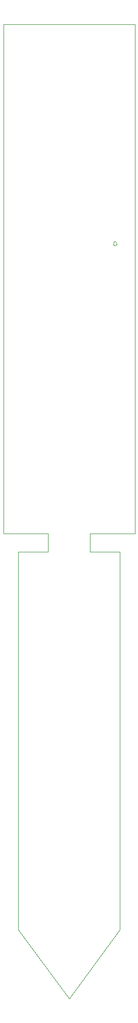
<source format=gm1>
%TF.GenerationSoftware,KiCad,Pcbnew,9.0.3-9.0.3-0~ubuntu24.04.1*%
%TF.CreationDate,2025-08-01T15:49:41+02:00*%
%TF.ProjectId,PHF000 - Node,50484630-3030-4202-9d20-4e6f64652e6b,rev?*%
%TF.SameCoordinates,Original*%
%TF.FileFunction,Profile,NP*%
%FSLAX46Y46*%
G04 Gerber Fmt 4.6, Leading zero omitted, Abs format (unit mm)*
G04 Created by KiCad (PCBNEW 9.0.3-9.0.3-0~ubuntu24.04.1) date 2025-08-01 15:49:41*
%MOMM*%
%LPD*%
G01*
G04 APERTURE LIST*
%TA.AperFunction,Profile*%
%ADD10C,0.050000*%
%TD*%
%TA.AperFunction,Profile*%
%ADD11C,0.010000*%
%TD*%
G04 APERTURE END LIST*
D10*
X89000000Y-118500000D02*
X96500000Y-118500000D01*
X91500000Y-184599000D02*
X91500000Y-121500000D01*
X100000000Y-196099000D02*
X91500000Y-184599000D01*
X89000000Y-109000000D02*
X89000000Y-33500000D01*
X108500000Y-121500000D02*
X103500000Y-121500000D01*
X96500000Y-121500000D02*
X91500000Y-121500000D01*
X111000000Y-118500000D02*
X111000000Y-109000000D01*
X108500000Y-184599000D02*
X108500000Y-121500000D01*
X103500000Y-121500000D02*
X103500000Y-118500000D01*
X100000000Y-196099000D02*
X108500000Y-184599000D01*
X89000000Y-33500000D02*
X111000000Y-33500000D01*
X111000000Y-109000000D02*
X111000000Y-33500000D01*
X89000000Y-118500000D02*
X89000000Y-109000000D01*
X96500000Y-121500000D02*
X96500000Y-118500000D01*
X103500000Y-118500000D02*
X111000000Y-118500000D01*
D11*
%TO.C,J3*%
X107440000Y-70222500D02*
X107440000Y-70022500D01*
X107960000Y-70022500D02*
X107960000Y-70222500D01*
X107440000Y-70022500D02*
G75*
G02*
X107700000Y-69762500I260000J0D01*
G01*
X107700000Y-69762500D02*
G75*
G02*
X107960000Y-70022500I0J-260000D01*
G01*
X107700000Y-70482500D02*
G75*
G02*
X107440000Y-70222500I0J260000D01*
G01*
X107960000Y-70222500D02*
G75*
G02*
X107700000Y-70482500I-260000J0D01*
G01*
%TD*%
M02*

</source>
